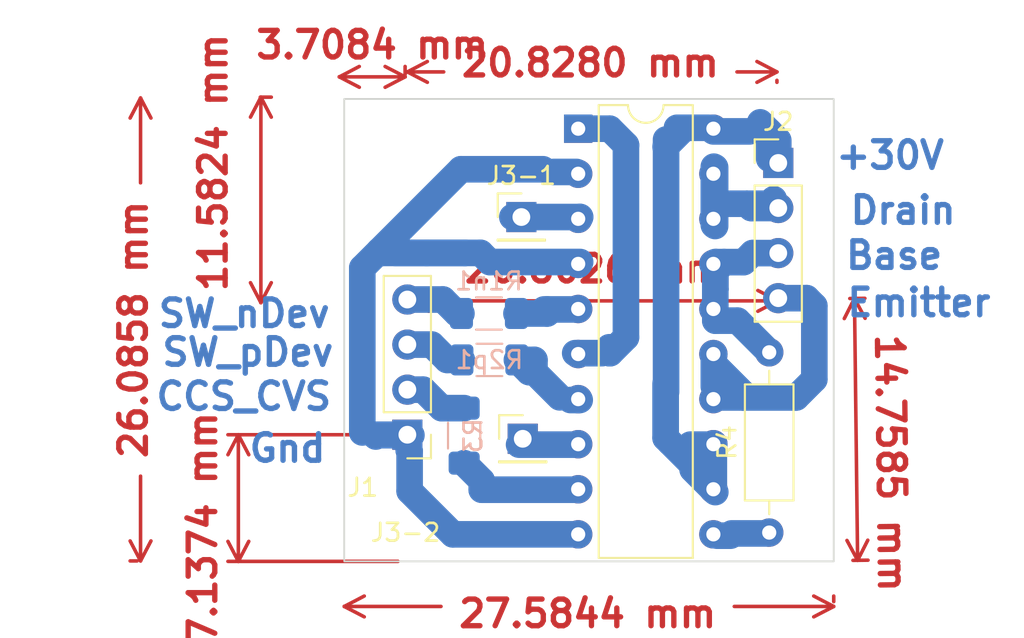
<source format=kicad_pcb>
(kicad_pcb (version 20221018) (generator pcbnew)
  (layers (0 "F.Cu" signal) (31 "B.Cu" signal) (34 "B.Paste" user) (35 "F.Paste" user) (36 "B.SilkS" user "B.Silkscreen") (37 "F.SilkS" user "F.Silkscreen") (38 "B.Mask" user) (39 "F.Mask" user) (44 "Edge.Cuts" user))
  (net 0 "")
  (net 1 "GND")
  (net 2 "Net-(J2-Pad2)")
  (net 3 "Net-(J1-Pad2)")
  (net 4 "Net-(J1-Pad3)")
  (net 5 "Net-(R4-Pad1)")
  (net 6 "Net-(J1-Pad4)")
  (net 7 "Net-(J3-1-Pad1)")
  (net 8 "Net-(J2-Pad1)")
  (net 9 "Net-(J2-Pad3)")
  (net 10 "Net-(J3-2-Pad1)")
  (net 11 "Net-(SW1-Pad1)")
  (net 12 "Net-(J2-Pad4)")
  (net 13 "Net-(R2p1-Pad2)")
  (net 14 "Net-(R1n1-Pad1)")
  (net 15 "Net-(R3-Pad2)")
  (footprint "Connector_PinHeader_2.54mm:PinHeader_1x04_P2.54mm_Vertical" (layer "F.Cu") (at 25.908 24.9682 180)
    (fp_text reference "J1" (at 2.5146 -2.9718) (layer "F.SilkS"))
    (fp_text value "Switch n,p,Rg,Gndp")
    (fp_line (start -1.33 -1.33) (end 0 -1.33) (stroke (width 0.12)) (layer "F.SilkS"))
    (fp_line (start -1.33 0) (end -1.33 -1.33) (stroke (width 0.12)) (layer "F.SilkS"))
    (fp_line (start -1.33 1.27) (end -1.33 8.95) (stroke (width 0.12)) (layer "F.SilkS"))
    (fp_line (start -1.33 1.27) (end 1.33 1.27) (stroke (width 0.12)) (layer "F.SilkS"))
    (fp_line (start -1.33 8.95) (end 1.33 8.95) (stroke (width 0.12)) (layer "F.SilkS"))
    (fp_line (start 1.33 1.27) (end 1.33 8.95) (stroke (width 0.12)) (layer "F.SilkS"))
    (pad "1" thru_hole rect (at 0 0 180) (size 1.7 1.7) (drill 1) (layers "*.Cu" "*.Mask") (net 1 "GND"))
    (pad "2" thru_hole oval (at 0 2.54 180) (size 1.7 1.7) (drill 1) (layers "*.Cu" "*.Mask") (net 3 "Net-(J1-Pad2)"))
    (pad "3" thru_hole oval (at 0 5.08 180) (size 1.7 1.7) (drill 1) (layers "*.Cu" "*.Mask") (net 4 "Net-(J1-Pad3)"))
    (pad "4" thru_hole oval (at 0 7.62 180) (size 1.7 1.7) (drill 1) (layers "*.Cu" "*.Mask") (net 6 "Net-(J1-Pad4)"))
  )
  (footprint "Resistor_THT:R_Axial_DIN0207_L6.3mm_D2.5mm_P10.16mm_Horizontal" (layer "F.Cu") (at 46.300286 30.4825 90)
    (fp_text reference "R4" (at 5.08 -2.37 90) (layer "F.SilkS"))
    (fp_text value "10k")
    (fp_line (start 1.04 0) (end 1.81 0) (stroke (width 0.12)) (layer "F.SilkS"))
    (fp_line (start 1.81 -1.37) (end 1.81 1.37) (stroke (width 0.12)) (layer "F.SilkS"))
    (fp_line (start 1.81 1.37) (end 8.35 1.37) (stroke (width 0.12)) (layer "F.SilkS"))
    (fp_line (start 8.35 -1.37) (end 1.81 -1.37) (stroke (width 0.12)) (layer "F.SilkS"))
    (fp_line (start 8.35 1.37) (end 8.35 -1.37) (stroke (width 0.12)) (layer "F.SilkS"))
    (fp_line (start 9.12 0) (end 8.35 0) (stroke (width 0.12)) (layer "F.SilkS"))
    (pad "1" thru_hole circle (at 0 0 90) (size 1.6 1.6) (drill 0.8) (layers "*.Cu" "*.Mask") (net 5 "Net-(R4-Pad1)"))
    (pad "2" thru_hole oval (at 10.16 0 90) (size 1.6 1.6) (drill 0.8) (layers "*.Cu" "*.Mask") (net 9 "Net-(J2-Pad3)"))
  )
  (footprint "Connector_PinHeader_2.54mm:PinHeader_1x01_P2.54mm_Vertical" (layer "F.Cu") (at 32.332786 12.7)
    (fp_text reference "J3-1" (at 0 -2.33) (layer "F.SilkS"))
    (fp_text value "Br")
    (fp_line (start -1.33 -1.33) (end 0 -1.33) (stroke (width 0.12)) (layer "F.SilkS"))
    (fp_line (start -1.33 0) (end -1.33 -1.33) (stroke (width 0.12)) (layer "F.SilkS"))
    (fp_line (start -1.33 1.27) (end -1.33 1.33) (stroke (width 0.12)) (layer "F.SilkS"))
    (fp_line (start -1.33 1.27) (end 1.33 1.27) (stroke (width 0.12)) (layer "F.SilkS"))
    (fp_line (start -1.33 1.33) (end 1.33 1.33) (stroke (width 0.12)) (layer "F.SilkS"))
    (fp_line (start 1.33 1.27) (end 1.33 1.33) (stroke (width 0.12)) (layer "F.SilkS"))
    (pad "1" thru_hole rect (at 0 0) (size 1.7 1.7) (drill 1) (layers "*.Cu" "*.Mask") (net 7 "Net-(J3-1-Pad1)"))
  )
  (footprint "Connector_PinHeader_2.54mm:PinHeader_1x01_P2.54mm_Vertical" (layer "F.Cu") (at 32.4104 25.1968)
    (fp_text reference "J3-2" (at -6.604 5.2832) (layer "F.SilkS"))
    (fp_text value "Br")
    (fp_line (start -1.33 -1.33) (end 0 -1.33) (stroke (width 0.12)) (layer "F.SilkS"))
    (fp_line (start -1.33 0) (end -1.33 -1.33) (stroke (width 0.12)) (layer "F.SilkS"))
    (fp_line (start -1.33 1.27) (end -1.33 1.33) (stroke (width 0.12)) (layer "F.SilkS"))
    (fp_line (start -1.33 1.27) (end 1.33 1.27) (stroke (width 0.12)) (layer "F.SilkS"))
    (fp_line (start -1.33 1.33) (end 1.33 1.33) (stroke (width 0.12)) (layer "F.SilkS"))
    (fp_line (start 1.33 1.27) (end 1.33 1.33) (stroke (width 0.12)) (layer "F.SilkS"))
    (pad "1" thru_hole rect (at 0 0) (size 1.7 1.7) (drill 1) (layers "*.Cu" "*.Mask") (net 10 "Net-(J3-2-Pad1)"))
  )
  (footprint "Connector_PinHeader_2.54mm:PinHeader_1x04_P2.54mm_Vertical" (layer "F.Cu") (at 46.810786 9.652)
    (fp_text reference "J2" (at 0 -2.33) (layer "F.SilkS"))
    (fp_text value "Switch +30V,Drain-CCS,B,E")
    (fp_line (start -1.33 -1.33) (end 0 -1.33) (stroke (width 0.12)) (layer "F.SilkS"))
    (fp_line (start -1.33 0) (end -1.33 -1.33) (stroke (width 0.12)) (layer "F.SilkS"))
    (fp_line (start -1.33 1.27) (end -1.33 8.95) (stroke (width 0.12)) (layer "F.SilkS"))
    (fp_line (start -1.33 1.27) (end 1.33 1.27) (stroke (width 0.12)) (layer "F.SilkS"))
    (fp_line (start -1.33 8.95) (end 1.33 8.95) (stroke (width 0.12)) (layer "F.SilkS"))
    (fp_line (start 1.33 1.27) (end 1.33 8.95) (stroke (width 0.12)) (layer "F.SilkS"))
    (pad "1" thru_hole rect (at 0 0) (size 1.7 1.7) (drill 1) (layers "*.Cu" "*.Mask") (net 8 "Net-(J2-Pad1)"))
    (pad "2" thru_hole oval (at 0 2.54) (size 1.7 1.7) (drill 1) (layers "*.Cu" "*.Mask") (net 2 "Net-(J2-Pad2)"))
    (pad "3" thru_hole oval (at 0 5.08) (size 1.7 1.7) (drill 1) (layers "*.Cu" "*.Mask") (net 9 "Net-(J2-Pad3)"))
    (pad "4" thru_hole oval (at 0 7.62) (size 1.7 1.7) (drill 1) (layers "*.Cu" "*.Mask") (net 12 "Net-(J2-Pad4)"))
  )
  (footprint "Package_DIP:DIP-20_W7.62mm" (layer "F.Cu") (at 35.5346 7.7216)
    (fp_text reference "DIL20" hide)
    (fp_text value "DIP-20_W7.62mm")
    (fp_line (start 1.16 -1.33) (end 1.16 24.19) (stroke (width 0.12)) (layer "F.SilkS"))
    (fp_line (start 1.16 24.19) (end 6.46 24.19) (stroke (width 0.12)) (layer "F.SilkS"))
    (fp_line (start 2.81 -1.33) (end 1.16 -1.33) (stroke (width 0.12)) (layer "F.SilkS"))
    (fp_line (start 6.46 -1.33) (end 4.81 -1.33) (stroke (width 0.12)) (layer "F.SilkS"))
    (fp_line (start 6.46 24.19) (end 6.46 -1.33) (stroke (width 0.12)) (layer "F.SilkS"))
    (fp_arc (start 4.81 -1.33) (mid 3.81 -0.33) (end 2.81 -1.33) (stroke (width 0.12)) (layer "F.SilkS"))
    (pad "1" thru_hole rect (at 0 0) (size 1.6 1.6) (drill 0.8) (layers "*.Cu" "*.Mask"))
    (pad "2" thru_hole oval (at 0 2.54) (size 1.6 1.6) (drill 0.8) (layers "*.Cu" "*.Mask"))
    (pad "3" thru_hole oval (at 0 5.08) (size 1.6 1.6) (drill 0.8) (layers "*.Cu" "*.Mask"))
    (pad "4" thru_hole oval (at 0 7.62) (size 1.6 1.6) (drill 0.8) (layers "*.Cu" "*.Mask"))
    (pad "5" thru_hole oval (at 0 10.16) (size 1.6 1.6) (drill 0.8) (layers "*.Cu" "*.Mask"))
    (pad "6" thru_hole oval (at 0 12.7) (size 1.6 1.6) (drill 0.8) (layers "*.Cu" "*.Mask"))
    (pad "7" thru_hole oval (at 0 15.24) (size 1.6 1.6) (drill 0.8) (layers "*.Cu" "*.Mask"))
    (pad "8" thru_hole oval (at 0 17.78) (size 1.6 1.6) (drill 0.8) (layers "*.Cu" "*.Mask"))
    (pad "9" thru_hole oval (at 0 20.32) (size 1.6 1.6) (drill 0.8) (layers "*.Cu" "*.Mask"))
    (pad "10" thru_hole oval (at 0 22.86) (size 1.6 1.6) (drill 0.8) (layers "*.Cu" "*.Mask"))
    (pad "11" thru_hole oval (at 7.62 22.86) (size 1.6 1.6) (drill 0.8) (layers "*.Cu" "*.Mask"))
    (pad "12" thru_hole oval (at 7.62 20.32) (size 1.6 1.6) (drill 0.8) (layers "*.Cu" "*.Mask"))
    (pad "13" thru_hole oval (at 7.62 17.78) (size 1.6 1.6) (drill 0.8) (layers "*.Cu" "*.Mask"))
    (pad "14" thru_hole oval (at 7.62 15.24) (size 1.6 1.6) (drill 0.8) (layers "*.Cu" "*.Mask"))
    (pad "15" thru_hole oval (at 7.62 12.7) (size 1.6 1.6) (drill 0.8) (layers "*.Cu" "*.Mask"))
    (pad "16" thru_hole oval (at 7.62 10.16) (size 1.6 1.6) (drill 0.8) (layers "*.Cu" "*.Mask"))
    (pad "17" thru_hole oval (at 7.62 7.62) (size 1.6 1.6) (drill 0.8) (layers "*.Cu" "*.Mask"))
    (pad "18" thru_hole oval (at 7.62 5.08) (size 1.6 1.6) (drill 0.8) (layers "*.Cu" "*.Mask"))
    (pad "19" thru_hole oval (at 7.62 2.54) (size 1.6 1.6) (drill 0.8) (layers "*.Cu" "*.Mask"))
    (pad "20" thru_hole oval (at 7.62 0) (size 1.6 1.6) (drill 0.8) (layers "*.Cu" "*.Mask"))
  )
  (footprint "Resistor_SMD:R_1206_3216Metric_Pad1.30x1.75mm_HandSolder" (layer "B.Cu") (at 29.1084 25.019 -90)
    (fp_text reference "R3" (at 0 -0.508 90) (layer "B.SilkS") (effects (justify mirror)))
    (fp_text value "510")
    (fp_line (start -0.727064 -0.91) (end 0.727064 -0.91) (stroke (width 0.12)) (layer "B.SilkS"))
    (fp_line (start -0.727064 0.91) (end 0.727064 0.91) (stroke (width 0.12)) (layer "B.SilkS"))
    (pad "1" smd roundrect (at -1.55 0 270) (size 1.3 1.75) (layers "B.Cu" "B.Paste" "B.Mask") (roundrect_rratio 0.1923069231) (net 3 "Net-(J1-Pad2)"))
    (pad "2" smd roundrect (at 1.55 0 270) (size 1.3 1.75) (layers "B.Cu" "B.Paste" "B.Mask") (roundrect_rratio 0.1923069231) (net 15 "Net-(R3-Pad2)"))
  )
  (footprint "Resistor_SMD:R_1206_3216Metric_Pad1.30x1.75mm_HandSolder" (layer "B.Cu") (at 30.5054 18.1356 180)
    (fp_text reference "R1n1" (at 0 1.82) (layer "B.SilkS") (effects (justify mirror)))
    (fp_text value "270")
    (fp_line (start -0.727064 -0.91) (end 0.727064 -0.91) (stroke (width 0.12)) (layer "B.SilkS"))
    (fp_line (start -0.727064 0.91) (end 0.727064 0.91) (stroke (width 0.12)) (layer "B.SilkS"))
    (pad "1" smd roundrect (at -1.55 0 180) (size 1.3 1.75) (layers "B.Cu" "B.Paste" "B.Mask") (roundrect_rratio 0.192308) (net 14 "Net-(R1n1-Pad1)"))
    (pad "2" smd roundrect (at 1.55 0 180) (size 1.3 1.75) (layers "B.Cu" "B.Paste" "B.Mask") (roundrect_rratio 0.192308) (net 6 "Net-(J1-Pad4)"))
  )
  (footprint "Resistor_SMD:R_1206_3216Metric_Pad1.30x1.75mm_HandSolder" (layer "B.Cu") (at 30.5308 20.7518)
    (fp_text reference "R2p1" (at 0 0) (layer "B.SilkS") (effects (justify mirror)))
    (fp_text value "270")
    (fp_line (start -0.727064 -0.91) (end 0.727064 -0.91) (stroke (width 0.12)) (layer "B.SilkS"))
    (fp_line (start -0.727064 0.91) (end 0.727064 0.91) (stroke (width 0.12)) (layer "B.SilkS"))
    (pad "1" smd roundrect (at -1.55 0) (size 1.3 1.75) (layers "B.Cu" "B.Paste" "B.Mask") (roundrect_rratio 0.192308) (net 4 "Net-(J1-Pad3)"))
    (pad "2" smd roundrect (at 1.55 0) (size 1.3 1.75) (layers "B.Cu" "B.Paste" "B.Mask") (roundrect_rratio 0.192308) (net 13 "Net-(R2p1-Pad2)"))
  )
  (gr_rect (start 22.350586 6.0452) (end 49.934986 32.1056) (stroke (width 0.1)) (fill none) (layer "Edge.Cuts"))
  (gr_text "SW_pDev" (at 16.9164 20.32) (layer "B.Cu") (effects (font (size 1.5 1.5) (thickness 0.3))))
  (gr_text "Emitter" (at 54.737 17.526) (layer "B.Cu") (effects (font (size 1.5 1.5) (thickness 0.3))))
  (gr_text "Drain" (at 53.848 12.319) (layer "B.Cu") (effects (font (size 1.5 1.5) (thickness 0.3))))
  (gr_text "SW_nDev" (at 16.7132 18.1356) (layer "B.Cu") (effects (font (size 1.5 1.5) (thickness 0.3))))
  (gr_text "Base" (at 53.34 14.859) (layer "B.Cu") (effects (font (size 1.5 1.5) (thickness 0.3))))
  (gr_text "Gnd" (at 19.1516 25.7302) (layer "B.Cu") (effects (font (size 1.5 1.5) (thickness 0.3))))
  (gr_text "CCS_CVS" (at 16.6878 22.8092) (layer "B.Cu") (effects (font (size 1.5 1.5) (thickness 0.3))))
  (gr_text "+30V" (at 53.1114 9.2202) (layer "B.Cu") (effects (font (size 1.5 1.5) (thickness 0.3))))
  (dimension (type aligned) (layer "F.Cu") (pts (xy 50.3428 17.2974) (xy 50.5206 32.0548)) (height -0.76219) (gr_text "14,7585 mm" (at 53.1622 26.5684 270.6902772) (layer "F.Cu") (effects (font (size 1.5 1.5) (thickness 0.3)))) (format (prefix "") (suffix "") (units 3) (units_format 1) (precision 4)) (style (thickness 0.2) (arrow_length 1.27) (text_position_mode 2) (extension_height 0.58642) (extension_offset 0.5) keep_text_aligned))
  (dimension (type orthogonal) (layer "F.Cu") (pts (xy 46.7868 17.4244) (xy 25.9842 16.9572)) (height 0) (orientation 0) (gr_text "20,8026 mm" (at 36.3855 15.6244) (layer "F.Cu") (effects (font (size 1.5 1.5) (thickness 0.3)))) (format (prefix "") (suffix "") (units 3) (units_format 1) (precision 4)) (style (thickness 0.2) (arrow_length 1.27) (text_position_mode 0) (extension_height 0.58642) (extension_offset 0.5) keep_text_aligned))
  (dimension (type orthogonal) (layer "F.Cu") (pts (xy 22.352 34.6456) (xy 49.9364 34.8742)) (height 0) (orientation 0) (gr_text "27,5844 mm" (at 36.068 35.052) (layer "F.Cu") (effects (font (size 1.5 1.5) (thickness 0.3)))) (format (prefix "") (suffix "") (units 3) (units_format 1) (precision 4)) (style (thickness 0.2) (arrow_length 1.27) (text_position_mode 2) (extension_height 0.58642) (extension_offset 0.5) keep_text_aligned))
  (dimension (type orthogonal) (layer "F.Cu") (pts (xy 22.0726 4.8006) (xy 25.781 5.1816)) (height 0) (orientation 0) (gr_text "3,7084 mm" (at 23.9268 3.0006) (layer "F.Cu") (effects (font (size 1.5 1.5) (thickness 0.3)))) (format (prefix "") (suffix "") (units 3) (units_format 1) (precision 4)) (style (thickness 0.2) (arrow_length 1.27) (text_position_mode 0) (extension_height 0.58642) (extension_offset 0.5) keep_text_aligned))
  (dimension (type orthogonal) (layer "F.Cu") (pts (xy 25.908 4.5212) (xy 46.736 4.4958)) (height 0) (orientation 0) (gr_text "20,8280 mm" (at 36.2204 4.0132) (layer "F.Cu") (effects (font (size 1.5 1.5) (thickness 0.3)))) (format (prefix "") (suffix "") (units 3) (units_format 1) (precision 4)) (style (thickness 0.2) (arrow_length 1.27) (text_position_mode 2) (extension_height 0.58642) (extension_offset 0.5) keep_text_aligned))
  (dimension (type orthogonal) (layer "F.Cu") (pts (xy 25.908 24.9682) (xy 25.8826 32.1056)) (height -9.525) (orientation 1) (gr_text "7,1374 mm" (at 14.3764 30.226 90) (layer "F.Cu") (effects (font (size 1.5 1.5) (thickness 0.3)))) (format (prefix "") (suffix "") (units 3) (units_format 1) (precision 4)) (style (thickness 0.2) (arrow_length 1.27) (text_position_mode 2) (extension_height 0.58642) (extension_offset 0.5) keep_text_aligned))
  (dimension (type orthogonal) (layer "F.Cu") (pts (xy 10.8712 5.9944) (xy 11.176 32.0802)) (height 0) (orientation 1) (gr_text "26,0858 mm" (at 10.4648 19.0373 90) (layer "F.Cu") (effects (font (size 1.5 1.5) (thickness 0.3)))) (format (prefix "") (suffix "") (units 3) (units_format 1) (precision 4)) (style (thickness 0.2) (arrow_length 1.27) (text_position_mode 2) (extension_height 0.58642) (extension_offset 0.5) keep_text_aligned))
  (dimension (type orthogonal) (layer "F.Cu") (pts (xy 17.653 17.526) (xy 17.1196 5.9436)) (height 0) (orientation 1) (gr_text "11,5824 mm" (at 14.9606 9.6266 90) (layer "F.Cu") (effects (font (size 1.5 1.5) (thickness 0.3)))) (format (prefix "") (suffix "") (units 3) (units_format 1) (precision 4)) (style (thickness 0.2) (arrow_length 1.27) (text_position_mode 2) (extension_height 0.58642) (extension_offset 0.5) keep_text_aligned))
  (segment (start 25.908 24.9682) (end 24.0284 24.9682) (width 1.5) (layer "B.Cu") (net 1))
  (segment (start 26.035 25.8826) (end 25.9842 25.8318) (width 1.5) (layer "B.Cu") (net 1))
  (segment (start 24.448786 14.722) (end 24.331786 14.605) (width 1.5) (layer "B.Cu") (net 1))
  (segment (start 35.644786 15.235) (end 30.549786 15.235) (width 1.5) (layer "B.Cu") (net 1))
  (segment (start 29.1592 14.722) (end 24.448786 14.722) (width 1.5) (layer "B.Cu") (net 1))
  (segment (start 23.368 24.8412) (end 23.368 15.568786) (width 1.5) (layer "B.Cu") (net 1))
  (segment (start 26.1366 24.9936) (end 24.5264 24.9936) (width 1.5) (layer "B.Cu") (net 1))
  (segment (start 23.368 15.568786) (end 24.331786 14.605) (width 1.5) (layer "B.Cu") (net 1))
  (segment (start 28.4734 30.5816) (end 35.5346 30.5816) (width 1.5) (layer "B.Cu") (net 1))
  (segment (start 33.5534 10.0076) (end 28.929186 10.0076) (width 1.5) (layer "B.Cu") (net 1))
  (segment (start 26.998786 14.722) (end 29.1592 14.722) (width 1.5) (layer "B.Cu") (net 1))
  (segment (start 28.929186 10.0076) (end 24.331786 14.605) (width 1.5) (layer "B.Cu") (net 1))
  (segment (start 25.230786 14.722) (end 26.998786 14.722) (width 1.5) (layer "B.Cu") (net 1))
  (segment (start 28.4734 30.5816) (end 26.035 28.1432) (width 1.5) (layer "B.Cu") (net 1))
  (segment (start 29.1592 14.722) (end 30.036786 14.722) (width 1.5) (layer "B.Cu") (net 1))
  (segment (start 25.9842 25.0444) (end 25.908 24.9682) (width 1.5) (layer "B.Cu") (net 1))
  (segment (start 35.4405 10.16) (end 34.1555 10.16) (width 1.5) (layer "B.Cu") (net 1))
  (segment (start 25.9842 25.8318) (end 25.9842 25.0444) (width 1.5) (layer "B.Cu") (net 1))
  (segment (start 26.035 28.1432) (end 26.035 25.8826) (width 1.5) (layer "B.Cu") (net 1))
  (segment (start 24.0284 24.9682) (end 24.13 25.0698) (width 1.5) (layer "B.Cu") (net 1))
  (segment (start 30.549786 15.235) (end 30.036786 14.722) (width 1.5) (layer "B.Cu") (net 1))
  (segment (start 45.045286 11.9505) (end 45.286786 12.192) (width 1.5) (layer "B.Cu") (net 2))
  (segment (start 46.556786 11.694) (end 46.300286 11.9505) (width 1.5) (layer "B.Cu") (net 2))
  (segment (start 45.045286 11.9505) (end 43.516286 11.9505) (width 1.5) (layer "B.Cu") (net 2))
  (segment (start 45.286786 12.192) (end 46.810786 12.192) (width 1.5) (layer "B.Cu") (net 2))
  (segment (start 43.252286 11.6865) (end 43.252286 13.2055) (width 1.5) (layer "B.Cu") (net 2))
  (segment (start 43.18 13.15095) (end 43.18 9.86145) (width 1.5) (layer "B.Cu") (net 2))
  (segment (start 46.300286 11.9505) (end 45.045286 11.9505) (width 1.5) (layer "B.Cu") (net 2))
  (segment (start 43.516286 11.9505) (end 43.252286 11.6865) (width 1.5) (layer "B.Cu") (net 2))
  (segment (start 43.252286 9.9035) (end 43.252286 11.6865) (width 1.5) (layer "B.Cu") (net 2))
  (segment (start 29.1084 23.469) (end 27.8378 23.469) (width 1.5) (layer "B.Cu") (net 3))
  (segment (start 26.797 22.4282) (end 25.908 22.4282) (width 1.5) (layer "B.Cu") (net 3))
  (segment (start 27.8378 23.469) (end 26.797 22.4282) (width 1.5) (layer "B.Cu") (net 3))
  (segment (start 25.908 19.8882) (end 27.2796 19.8882) (width 1.5) (layer "B.Cu") (net 4))
  (segment (start 28.9808 20.7518) (end 28.1432 20.7518) (width 1.5) (layer "B.Cu") (net 4))
  (segment (start 27.2796 19.8882) (end 28.1432 20.7518) (width 1.5) (layer "B.Cu") (net 4))
  (segment (start 46.1899 30.5308) (end 44.1833 30.5308) (width 1.5) (layer "B.Cu") (net 5))
  (segment (start 43.3628 30.6578) (end 44.1198 30.6578) (width 1.5) (layer "B.Cu") (net 5))
  (segment (start 28.702 18.1356) (end 27.9146 17.3482) (width 1.5) (layer "B.Cu") (net 6))
  (segment (start 27.9146 17.3482) (end 25.908 17.3482) (width 1.5) (layer "B.Cu") (net 6))
  (segment (start 28.9554 18.1356) (end 28.702 18.1356) (width 1.5) (layer "B.Cu") (net 6))
  (segment (start 35.639786 12.7) (end 35.644786 12.695) (width 1.5) (layer "B.Cu") (net 7))
  (segment (start 31.824786 12.7) (end 35.639786 12.7) (width 1.5) (layer "B.Cu") (net 7))
  (segment (start 40.460786 8.7426) (end 41.481786 7.7216) (width 1.5) (layer "B.Cu") (net 8))
  (segment (start 43.15585 7.874) (end 45.18535 7.874) (width 1.5) (layer "B.Cu") (net 8))
  (segment (start 40.460786 22.098) (end 40.460786 21.336) (width 1) (layer "B.Cu") (net 8))
  (segment (start 46.300286 9.4105) (end 46.300286 7.8715) (width 1.5) (layer "B.Cu") (net 8))
  (segment (start 41.8542 25.527) (end 43.1342 25.527) (width 1.5) (layer "B.Cu") (net 8))
  (segment (start 40.460786 25.146) (end 40.460786 22.098) (width 1.5) (layer "B.Cu") (net 8))
  (segment (start 46.810786 9.652) (end 46.810786 8.382) (width 1.5) (layer "B.Cu") (net 8))
  (segment (start 43.262286 28.2015) (end 41.982286 26.9215) (width 1.5) (layer "B.Cu") (net 8))
  (segment (start 46.556786 8.128) (end 46.300286 7.8715) (width 1.5) (layer "B.Cu") (net 8))
  (segment (start 43.18 27.8842) (end 43.18 25.8622) (width 1.5) (layer "B.Cu") (net 8))
  (segment (start 42.87145 7.6708) (end 41.10095 7.6708) (width 1.5) (layer "B.Cu") (net 8))
  (segment (start 46.300286 7.8715) (end 45.792286 7.3635) (width 1.5) (layer "B.Cu") (net 8))
  (segment (start 40.4876 22.5552) (end 40.4876 8.3312) (width 1.5) (layer "B.Cu") (net 8))
  (segment (start 40.714786 8.89) (end 40.714786 25.4) (width 1) (layer "B.Cu") (net 8))
  (segment (start 40.714786 8.89) (end 40.714786 8.382) (width 1) (layer "B.Cu") (net 8))
  (segment (start 41.982286 26.6675) (end 40.714786 25.4) (width 1.5) (layer "B.Cu") (net 8))
  (segment (start 46.556786 9.154) (end 46.556786 8.128) (width 1.5) (layer "B.Cu") (net 8))
  (segment (start 40.714786 25.4) (end 40.460786 25.146) (width 1.5) (layer "B.Cu") (net 8))
  (segment (start 43.264786 16.769) (end 43.264786 15.235) (width 1.5) (layer "B.Cu") (net 9))
  (segment (start 45.361572 14.732) (end 44.853572 15.24) (width 1.5) (layer "B.Cu") (net 9))
  (segment (start 46.810786 14.732) (end 45.361572 14.732) (width 1.5) (layer "B.Cu") (net 9))
  (segment (start 43.262286 16.7715) (end 43.264786 16.769) (width 1.5) (layer "B.Cu") (net 9))
  (segment (start 43.262286 16.7715) (end 43.262286 15.7555) (width 1.5) (layer "B.Cu") (net 9))
  (segment (start 44.517286 18.5395) (end 46.300286 20.3225) (width 1.5) (layer "B.Cu") (net 9))
  (segment (start 43.252286 15.7455) (end 43.757786 15.24) (width 1.5) (layer "B.Cu") (net 9))
  (segment (start 43.262286 15.7555) (end 43.252286 15.7455) (width 1.5) (layer "B.Cu") (net 9))
  (segment (start 43.262286 18.5395) (end 43.262286 16.7715) (width 1.5) (layer "B.Cu") (net 9))
  (segment (start 43.329572 15.24) (end 44.853572 15.24) (width 1.5) (layer "B.Cu") (net 9))
  (segment (start 43.262286 18.5395) (end 44.517286 18.5395) (width 1.5) (layer "B.Cu") (net 9))
  (segment (start 32.2047 25.527) (end 35.5117 25.527) (width 1.5) (layer "B.Cu") (net 10))
  (segment (start 38.227 8.6614) (end 38.227 8.636) (width 1.5) (layer "B.Cu") (net 11))
  (segment (start 37.338 20.3708) (end 38.227 19.4818) (width 1.5) (layer "B.Cu") (net 11))
  (segment (start 37.2846 20.3708) (end 37.338 20.3708) (width 1.5) (layer "B.Cu") (net 11))
  (segment (start 35.5371 7.7216) (end 37.3126 7.7216) (width 1.5) (layer "B.Cu") (net 11))
  (segment (start 38.227 8.636) (end 37.3126 7.7216) (width 1.5) (layer "B.Cu") (net 11))
  (segment (start 38.227 19.4818) (end 38.227 8.6614) (width 1.5) (layer "B.Cu") (net 11))
  (segment (start 35.3668 20.3708) (end 36.8808 20.3708) (width 1.5) (layer "B.Cu") (net 11))
  (segment (start 37.2846 20.0406) (end 37.2846 20.3708) (width 1.5) (layer "B.Cu") (net 11))
  (segment (start 48.842786 21.844) (end 47.819286 22.8675) (width 1.5) (layer "B.Cu") (net 12))
  (segment (start 43.18 22.2554) (end 43.18 20.4674) (width 1.5) (layer "B.Cu") (net 12))
  (segment (start 47.819286 22.8675) (end 44.861072 22.8675) (width 1.5) (layer "B.Cu") (net 12))
  (segment (start 44.861072 22.675786) (end 44.861072 22.8675) (width 1.5) (layer "B.Cu") (net 12))
  (segment (start 48.409572 17.272) (end 48.842786 17.705214) (width 1.5) (layer "B.Cu") (net 12))
  (segment (start 44.861072 22.8675) (end 43.262286 22.8675) (width 1.5) (layer "B.Cu") (net 12))
  (segment (start 43.2308 22.9616) (end 43.2308 21.4476) (width 1.5) (layer "B.Cu") (net 12))
  (segment (start 43.262286 21.077) (end 44.861072 22.675786) (width 1.5) (layer "B.Cu") (net 12))
  (segment (start 48.842786 17.705214) (end 48.842786 21.844) (width 1.5) (layer "B.Cu") (net 12))
  (segment (start 46.810786 17.272) (end 48.409572 17.272) (width 1.5) (layer "B.Cu") (net 12))
  (segment (start 33.0708 20.7518) (end 33.0708 21.4376) (width 1.5) (layer "B.Cu") (net 13))
  (segment (start 33.0708 21.4376) (end 32.7666 21.4376) (width 1.5) (layer "B.Cu") (net 13))
  (segment (start 35.6208 23.0124) (end 35.1028 23.0124) (width 1.5) (layer "B.Cu") (net 13))
  (segment (start 32.7666 21.4376) (end 32.0808 20.7518) (width 1.5) (layer "B.Cu") (net 13))
  (segment (start 32.107014 20.7518) (end 33.0708 20.7518) (width 1.5) (layer "B.Cu") (net 13))
  (segment (start 33.0708 21.4376) (end 34.4932 22.86) (width 1.5) (layer "B.Cu") (net 13))
  (segment (start 32.0554 18.1356) (end 33.7846 18.1356) (width 1.5) (layer "B.Cu") (net 14))
  (segment (start 33.7846 18.1356) (end 33.7846 17.907) (width 1.5) (layer "B.Cu") (net 14))
  (segment (start 35.3742 17.907) (end 33.6122 17.907) (width 1.5) (layer "B.Cu") (net 14))
  (segment (start 30.099 27.5596) (end 29.1084 26.569) (width 1.5) (layer "B.Cu") (net 15))
  (segment (start 35.4838 28.067) (end 30.099 28.067) (width 1.5) (layer "B.Cu") (net 15))
  (segment (start 30.099 28.067) (end 30.099 27.5596) (width 1.5) (layer "B.Cu") (net 15))
)
</source>
